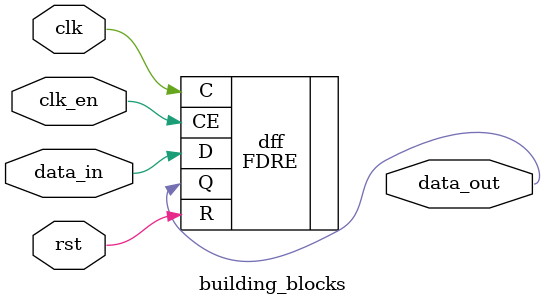
<source format=sv>
`timescale 1ns/1ps

module building_blocks(
  input wire clk,
  input wire rst,
  input wire data_in,
  input wire clk_en,
  output logic data_out
);

  FDRE dff(
    .C(clk),
    .CE(clk_en),
    .R(rst),
    .D(data_in),
    .Q(data_out)
  );


endmodule

</source>
